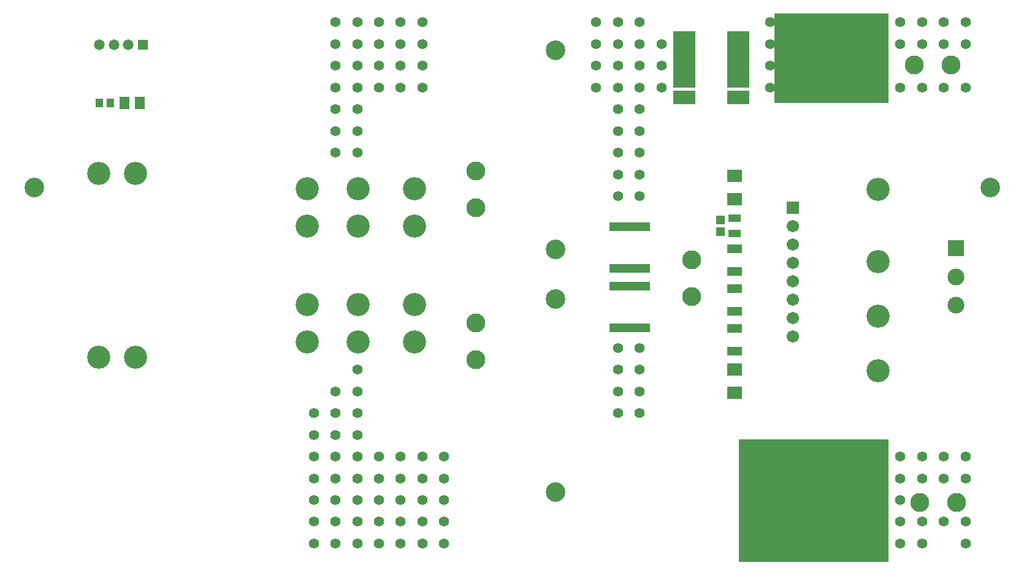
<source format=gts>
G04 Layer_Color=8388736*
%FSLAX44Y44*%
%MOMM*%
G71*
G01*
G75*
%ADD43R,20.7000X17.0000*%
%ADD44R,15.8000X12.4500*%
%ADD45R,5.6032X1.2532*%
%ADD46R,1.3032X1.2032*%
%ADD47R,2.1032X1.6532*%
%ADD48R,2.0532X1.3032*%
%ADD49R,1.0032X1.2532*%
%ADD50R,1.7032X1.1032*%
%ADD51R,1.3970X1.7018*%
%ADD52R,3.1532X1.8632*%
%ADD53R,3.1532X7.8432*%
%ADD54C,2.7032*%
%ADD55C,2.3123*%
%ADD56R,2.3123X2.3123*%
%ADD57C,2.6162*%
%ADD58C,1.4715*%
%ADD59R,1.4715X1.4715*%
%ADD60C,3.2032*%
%ADD61R,1.7032X1.7032*%
%ADD62C,1.7032*%
%ADD63C,1.4032*%
D43*
X1096500Y135000D02*
D03*
D44*
X1121000Y746250D02*
D03*
D45*
X842500Y373750D02*
D03*
Y431250D02*
D03*
Y456250D02*
D03*
Y513750D02*
D03*
D46*
X967500Y523000D02*
D03*
Y507000D02*
D03*
D47*
X987500Y316000D02*
D03*
Y284000D02*
D03*
Y551500D02*
D03*
Y583500D02*
D03*
D48*
Y341500D02*
D03*
Y373500D02*
D03*
Y396500D02*
D03*
Y428500D02*
D03*
Y451500D02*
D03*
Y483500D02*
D03*
D49*
X109750Y685000D02*
D03*
X125250D02*
D03*
D50*
X987500Y504500D02*
D03*
Y525500D02*
D03*
D51*
X145000Y685000D02*
D03*
X165828D02*
D03*
D52*
X917500Y692400D02*
D03*
X992200D02*
D03*
D53*
X917500Y745000D02*
D03*
X992200D02*
D03*
D54*
X740000Y413350D02*
D03*
Y146650D02*
D03*
Y482650D02*
D03*
Y757350D02*
D03*
X20000Y568000D02*
D03*
X1340000D02*
D03*
D55*
X1292500Y405000D02*
D03*
Y444599D02*
D03*
D56*
Y484197D02*
D03*
D57*
X630000Y330000D02*
D03*
Y380800D02*
D03*
X1293300Y132500D02*
D03*
X1242500D02*
D03*
X1235000Y737000D02*
D03*
X1285800D02*
D03*
X630000Y590800D02*
D03*
Y540000D02*
D03*
X927500Y468300D02*
D03*
Y417500D02*
D03*
D58*
X109999Y765000D02*
D03*
X130002D02*
D03*
X150000D02*
D03*
D59*
X169998D02*
D03*
D60*
X545500Y565800D02*
D03*
Y514200D02*
D03*
Y405800D02*
D03*
Y354200D02*
D03*
X467000Y565800D02*
D03*
Y514200D02*
D03*
Y405800D02*
D03*
Y354200D02*
D03*
X396900Y565800D02*
D03*
Y514200D02*
D03*
Y405800D02*
D03*
Y354200D02*
D03*
X108700Y333000D02*
D03*
X160300D02*
D03*
X108700Y587000D02*
D03*
X160300D02*
D03*
X1185000Y465000D02*
D03*
Y315000D02*
D03*
Y565000D02*
D03*
Y390000D02*
D03*
D61*
X1067500Y539500D02*
D03*
D62*
Y514100D02*
D03*
Y488700D02*
D03*
Y463300D02*
D03*
Y437900D02*
D03*
Y412500D02*
D03*
Y387100D02*
D03*
Y361700D02*
D03*
D63*
X556000Y796000D02*
D03*
Y766000D02*
D03*
Y736000D02*
D03*
Y706000D02*
D03*
X526000Y796000D02*
D03*
Y766000D02*
D03*
Y736000D02*
D03*
Y706000D02*
D03*
X496000Y796000D02*
D03*
Y766000D02*
D03*
Y736000D02*
D03*
Y706000D02*
D03*
X466000Y796000D02*
D03*
Y766000D02*
D03*
Y736000D02*
D03*
Y706000D02*
D03*
Y676000D02*
D03*
Y646000D02*
D03*
Y616000D02*
D03*
X436000Y796000D02*
D03*
Y766000D02*
D03*
Y736000D02*
D03*
Y706000D02*
D03*
Y676000D02*
D03*
Y646000D02*
D03*
Y616000D02*
D03*
X826000D02*
D03*
Y556000D02*
D03*
Y646000D02*
D03*
Y676000D02*
D03*
X856000Y556000D02*
D03*
Y616000D02*
D03*
Y646000D02*
D03*
X796000Y736000D02*
D03*
X826000Y796000D02*
D03*
X856000Y766000D02*
D03*
X586000Y196000D02*
D03*
Y166000D02*
D03*
Y136000D02*
D03*
Y106000D02*
D03*
Y76000D02*
D03*
X556000Y196000D02*
D03*
Y166000D02*
D03*
Y136000D02*
D03*
Y106000D02*
D03*
Y76000D02*
D03*
X526000Y196000D02*
D03*
Y166000D02*
D03*
Y136000D02*
D03*
Y106000D02*
D03*
Y76000D02*
D03*
X496000Y196000D02*
D03*
Y166000D02*
D03*
Y136000D02*
D03*
Y106000D02*
D03*
Y76000D02*
D03*
X466000Y316000D02*
D03*
Y286000D02*
D03*
Y256000D02*
D03*
Y226000D02*
D03*
Y196000D02*
D03*
Y166000D02*
D03*
Y136000D02*
D03*
Y106000D02*
D03*
Y76000D02*
D03*
X436000Y286000D02*
D03*
Y256000D02*
D03*
Y226000D02*
D03*
Y196000D02*
D03*
Y166000D02*
D03*
Y136000D02*
D03*
Y106000D02*
D03*
Y76000D02*
D03*
X406000Y256000D02*
D03*
Y226000D02*
D03*
Y196000D02*
D03*
Y166000D02*
D03*
Y136000D02*
D03*
Y106000D02*
D03*
Y76000D02*
D03*
X856000Y256000D02*
D03*
Y346000D02*
D03*
Y316000D02*
D03*
X1006000Y106000D02*
D03*
X1036000Y76000D02*
D03*
X1066000D02*
D03*
X1126000D02*
D03*
X1066000Y106000D02*
D03*
Y136000D02*
D03*
X1096000D02*
D03*
X1126000D02*
D03*
X1216000Y76000D02*
D03*
X1186000Y106000D02*
D03*
X1305999Y76000D02*
D03*
X1216000Y136000D02*
D03*
X1246000Y106000D02*
D03*
X1126000Y166000D02*
D03*
X1036000Y196000D02*
D03*
X1096000D02*
D03*
X1006000D02*
D03*
X1156000Y166000D02*
D03*
X1186000D02*
D03*
X1246000D02*
D03*
X1276000D02*
D03*
X1305999D02*
D03*
X1156000Y196000D02*
D03*
X1216000D02*
D03*
X1246000D02*
D03*
X1276000D02*
D03*
X1006000Y136000D02*
D03*
X1156000Y76000D02*
D03*
X1186000D02*
D03*
X1126000Y106000D02*
D03*
X1156000D02*
D03*
X1276000D02*
D03*
X1006000Y166000D02*
D03*
X1066000D02*
D03*
X1096000D02*
D03*
X1156000Y136000D02*
D03*
X1186000Y196000D02*
D03*
X1305999D02*
D03*
X856000Y286000D02*
D03*
X826000Y346000D02*
D03*
Y316000D02*
D03*
Y286000D02*
D03*
Y256000D02*
D03*
X1305999Y106000D02*
D03*
X1246000Y76000D02*
D03*
X1216000Y166000D02*
D03*
Y106000D02*
D03*
X1186000Y136000D02*
D03*
X1126000Y196000D02*
D03*
X1096000Y106000D02*
D03*
Y76000D02*
D03*
X1066000Y196000D02*
D03*
X1036000Y166000D02*
D03*
Y136000D02*
D03*
Y106000D02*
D03*
X1006000Y76000D02*
D03*
X886000Y766000D02*
D03*
Y736000D02*
D03*
Y706000D02*
D03*
X856000Y796000D02*
D03*
Y736000D02*
D03*
Y706000D02*
D03*
Y676000D02*
D03*
Y586000D02*
D03*
X826000Y766000D02*
D03*
Y736000D02*
D03*
Y706000D02*
D03*
Y586000D02*
D03*
X796000Y796000D02*
D03*
Y766000D02*
D03*
Y706000D02*
D03*
X1305999Y796000D02*
D03*
Y766000D02*
D03*
Y706000D02*
D03*
X1276000Y796000D02*
D03*
Y766000D02*
D03*
Y706000D02*
D03*
X1246000Y796000D02*
D03*
Y766000D02*
D03*
Y706000D02*
D03*
X1216000Y796000D02*
D03*
Y766000D02*
D03*
Y706000D02*
D03*
X1186000Y796000D02*
D03*
Y766000D02*
D03*
Y736000D02*
D03*
Y706000D02*
D03*
X1156000Y796000D02*
D03*
Y766000D02*
D03*
Y736000D02*
D03*
Y706000D02*
D03*
X1126000Y796000D02*
D03*
Y766000D02*
D03*
Y736000D02*
D03*
Y706000D02*
D03*
X1096000Y796000D02*
D03*
Y766000D02*
D03*
Y736000D02*
D03*
Y706000D02*
D03*
X1066000Y796000D02*
D03*
Y766000D02*
D03*
Y736000D02*
D03*
Y706000D02*
D03*
X1036000Y796000D02*
D03*
Y766000D02*
D03*
Y736000D02*
D03*
Y706000D02*
D03*
M02*

</source>
